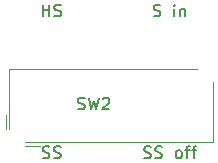
<source format=gto>
G04 #@! TF.GenerationSoftware,KiCad,Pcbnew,6.0.5-a6ca702e91~116~ubuntu20.04.1*
G04 #@! TF.CreationDate,2022-06-19T13:49:02-04:00*
G04 #@! TF.ProjectId,herovco_switch,6865726f-7663-46f5-9f73-77697463682e,rev?*
G04 #@! TF.SameCoordinates,Original*
G04 #@! TF.FileFunction,Legend,Top*
G04 #@! TF.FilePolarity,Positive*
%FSLAX46Y46*%
G04 Gerber Fmt 4.6, Leading zero omitted, Abs format (unit mm)*
G04 Created by KiCad (PCBNEW 6.0.5-a6ca702e91~116~ubuntu20.04.1) date 2022-06-19 13:49:02*
%MOMM*%
%LPD*%
G01*
G04 APERTURE LIST*
%ADD10C,0.150000*%
%ADD11C,0.120000*%
G04 APERTURE END LIST*
D10*
X140038095Y-103404761D02*
X140180952Y-103452380D01*
X140419047Y-103452380D01*
X140514285Y-103404761D01*
X140561904Y-103357142D01*
X140609523Y-103261904D01*
X140609523Y-103166666D01*
X140561904Y-103071428D01*
X140514285Y-103023809D01*
X140419047Y-102976190D01*
X140228571Y-102928571D01*
X140133333Y-102880952D01*
X140085714Y-102833333D01*
X140038095Y-102738095D01*
X140038095Y-102642857D01*
X140085714Y-102547619D01*
X140133333Y-102500000D01*
X140228571Y-102452380D01*
X140466666Y-102452380D01*
X140609523Y-102500000D01*
X140990476Y-103404761D02*
X141133333Y-103452380D01*
X141371428Y-103452380D01*
X141466666Y-103404761D01*
X141514285Y-103357142D01*
X141561904Y-103261904D01*
X141561904Y-103166666D01*
X141514285Y-103071428D01*
X141466666Y-103023809D01*
X141371428Y-102976190D01*
X141180952Y-102928571D01*
X141085714Y-102880952D01*
X141038095Y-102833333D01*
X140990476Y-102738095D01*
X140990476Y-102642857D01*
X141038095Y-102547619D01*
X141085714Y-102500000D01*
X141180952Y-102452380D01*
X141419047Y-102452380D01*
X141561904Y-102500000D01*
X140038095Y-91452380D02*
X140038095Y-90452380D01*
X140038095Y-90928571D02*
X140609523Y-90928571D01*
X140609523Y-91452380D02*
X140609523Y-90452380D01*
X141038095Y-91404761D02*
X141180952Y-91452380D01*
X141419047Y-91452380D01*
X141514285Y-91404761D01*
X141561904Y-91357142D01*
X141609523Y-91261904D01*
X141609523Y-91166666D01*
X141561904Y-91071428D01*
X141514285Y-91023809D01*
X141419047Y-90976190D01*
X141228571Y-90928571D01*
X141133333Y-90880952D01*
X141085714Y-90833333D01*
X141038095Y-90738095D01*
X141038095Y-90642857D01*
X141085714Y-90547619D01*
X141133333Y-90500000D01*
X141228571Y-90452380D01*
X141466666Y-90452380D01*
X141609523Y-90500000D01*
X148633333Y-103404761D02*
X148776190Y-103452380D01*
X149014285Y-103452380D01*
X149109523Y-103404761D01*
X149157142Y-103357142D01*
X149204761Y-103261904D01*
X149204761Y-103166666D01*
X149157142Y-103071428D01*
X149109523Y-103023809D01*
X149014285Y-102976190D01*
X148823809Y-102928571D01*
X148728571Y-102880952D01*
X148680952Y-102833333D01*
X148633333Y-102738095D01*
X148633333Y-102642857D01*
X148680952Y-102547619D01*
X148728571Y-102500000D01*
X148823809Y-102452380D01*
X149061904Y-102452380D01*
X149204761Y-102500000D01*
X149585714Y-103404761D02*
X149728571Y-103452380D01*
X149966666Y-103452380D01*
X150061904Y-103404761D01*
X150109523Y-103357142D01*
X150157142Y-103261904D01*
X150157142Y-103166666D01*
X150109523Y-103071428D01*
X150061904Y-103023809D01*
X149966666Y-102976190D01*
X149776190Y-102928571D01*
X149680952Y-102880952D01*
X149633333Y-102833333D01*
X149585714Y-102738095D01*
X149585714Y-102642857D01*
X149633333Y-102547619D01*
X149680952Y-102500000D01*
X149776190Y-102452380D01*
X150014285Y-102452380D01*
X150157142Y-102500000D01*
X151490476Y-103452380D02*
X151395238Y-103404761D01*
X151347619Y-103357142D01*
X151300000Y-103261904D01*
X151300000Y-102976190D01*
X151347619Y-102880952D01*
X151395238Y-102833333D01*
X151490476Y-102785714D01*
X151633333Y-102785714D01*
X151728571Y-102833333D01*
X151776190Y-102880952D01*
X151823809Y-102976190D01*
X151823809Y-103261904D01*
X151776190Y-103357142D01*
X151728571Y-103404761D01*
X151633333Y-103452380D01*
X151490476Y-103452380D01*
X152109523Y-102785714D02*
X152490476Y-102785714D01*
X152252380Y-103452380D02*
X152252380Y-102595238D01*
X152300000Y-102500000D01*
X152395238Y-102452380D01*
X152490476Y-102452380D01*
X152680952Y-102785714D02*
X153061904Y-102785714D01*
X152823809Y-103452380D02*
X152823809Y-102595238D01*
X152871428Y-102500000D01*
X152966666Y-102452380D01*
X153061904Y-102452380D01*
X149442857Y-91404761D02*
X149585714Y-91452380D01*
X149823809Y-91452380D01*
X149919047Y-91404761D01*
X149966666Y-91357142D01*
X150014285Y-91261904D01*
X150014285Y-91166666D01*
X149966666Y-91071428D01*
X149919047Y-91023809D01*
X149823809Y-90976190D01*
X149633333Y-90928571D01*
X149538095Y-90880952D01*
X149490476Y-90833333D01*
X149442857Y-90738095D01*
X149442857Y-90642857D01*
X149490476Y-90547619D01*
X149538095Y-90500000D01*
X149633333Y-90452380D01*
X149871428Y-90452380D01*
X150014285Y-90500000D01*
X151204761Y-91452380D02*
X151204761Y-90785714D01*
X151204761Y-90452380D02*
X151157142Y-90500000D01*
X151204761Y-90547619D01*
X151252380Y-90500000D01*
X151204761Y-90452380D01*
X151204761Y-90547619D01*
X151680952Y-90785714D02*
X151680952Y-91452380D01*
X151680952Y-90880952D02*
X151728571Y-90833333D01*
X151823809Y-90785714D01*
X151966666Y-90785714D01*
X152061904Y-90833333D01*
X152109523Y-90928571D01*
X152109523Y-91452380D01*
G04 #@! TO.C,SW2*
X143031666Y-99277761D02*
X143174523Y-99325380D01*
X143412619Y-99325380D01*
X143507857Y-99277761D01*
X143555476Y-99230142D01*
X143603095Y-99134904D01*
X143603095Y-99039666D01*
X143555476Y-98944428D01*
X143507857Y-98896809D01*
X143412619Y-98849190D01*
X143222142Y-98801571D01*
X143126904Y-98753952D01*
X143079285Y-98706333D01*
X143031666Y-98611095D01*
X143031666Y-98515857D01*
X143079285Y-98420619D01*
X143126904Y-98373000D01*
X143222142Y-98325380D01*
X143460238Y-98325380D01*
X143603095Y-98373000D01*
X143936428Y-98325380D02*
X144174523Y-99325380D01*
X144365000Y-98611095D01*
X144555476Y-99325380D01*
X144793571Y-98325380D01*
X145126904Y-98420619D02*
X145174523Y-98373000D01*
X145269761Y-98325380D01*
X145507857Y-98325380D01*
X145603095Y-98373000D01*
X145650714Y-98420619D01*
X145698333Y-98515857D01*
X145698333Y-98611095D01*
X145650714Y-98753952D01*
X145079285Y-99325380D01*
X145698333Y-99325380D01*
D11*
X138588200Y-102420400D02*
X139788200Y-102420400D01*
X137238200Y-95920400D02*
X137238200Y-101020400D01*
X137238200Y-95920400D02*
X153088200Y-95920400D01*
X138588200Y-102120400D02*
X154438200Y-102120400D01*
X154438200Y-102120400D02*
X154438200Y-97020400D01*
X136938200Y-99820400D02*
X136938200Y-101020400D01*
G04 #@! TD*
M02*

</source>
